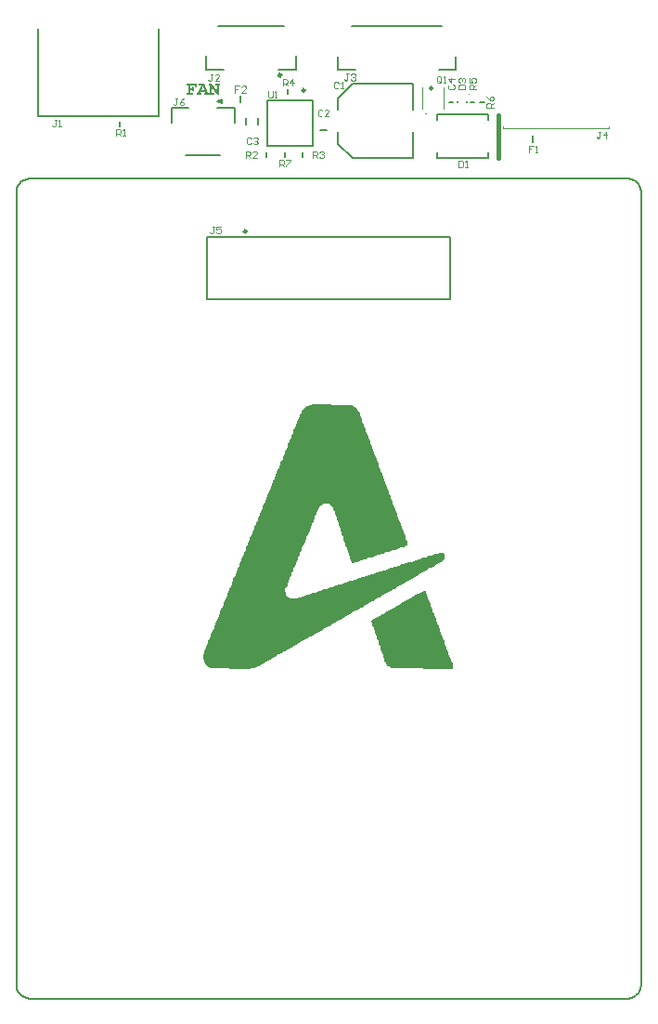
<source format=gto>
G04*
G04 #@! TF.GenerationSoftware,Altium Limited,Altium Designer,22.4.2 (48)*
G04*
G04 Layer_Color=65535*
%FSLAX44Y44*%
%MOMM*%
G71*
G04*
G04 #@! TF.SameCoordinates,A2904C07-0F36-4402-9195-DF30BD9EA298*
G04*
G04*
G04 #@! TF.FilePolarity,Positive*
G04*
G01*
G75*
%ADD10C,0.1000*%
%ADD11C,0.2500*%
%ADD12C,0.3000*%
%ADD13C,0.2000*%
%ADD14C,0.1500*%
%ADD15C,0.4000*%
%ADD16C,0.1200*%
G36*
X187000Y815375D02*
X183000Y817375D01*
X187000Y819375D01*
Y815375D01*
D02*
G37*
G36*
X304494Y540807D02*
X305873Y540019D01*
X307252Y539428D01*
X308237Y539034D01*
X308631Y538837D01*
X310207Y537261D01*
X310601Y537064D01*
X311093Y536177D01*
X311586Y534897D01*
X312078Y534208D01*
X312866Y532435D01*
X313063Y531647D01*
X313556Y530366D01*
X313851Y530071D01*
X314048Y529677D01*
X314639Y528298D01*
X315329Y525245D01*
X315723Y524260D01*
X316018Y523964D01*
X316412Y522979D01*
X316806Y521600D01*
X317298Y520320D01*
X318086Y519138D01*
X318579Y517464D01*
X319071Y515198D01*
X320155Y512933D01*
X320549Y511357D01*
X321041Y510076D01*
X321337Y509781D01*
X321534Y509387D01*
X322322Y507614D01*
X322814Y505349D01*
X323405Y503773D01*
X324095Y502099D01*
X324291Y501311D01*
X324883Y499735D01*
X325276Y499341D01*
X325473Y498947D01*
X326064Y497568D01*
X326261Y496780D01*
X326557Y495499D01*
X326754Y494711D01*
X327640Y492643D01*
X328034Y491264D01*
X328330Y490181D01*
X329019Y489097D01*
X329807Y487915D01*
X330103Y486438D01*
X330497Y484862D01*
X330891Y483877D01*
X331383Y482597D01*
X331777Y481218D01*
X332072Y480134D01*
X332467Y479149D01*
X333353Y478263D01*
X333747Y476884D01*
X334042Y475604D01*
X334239Y474816D01*
X335323Y472156D01*
X335815Y469891D01*
X336111Y469202D01*
X336505Y468807D01*
X336702Y468414D01*
X337096Y468020D01*
X337490Y467035D01*
X337982Y464966D01*
X338573Y463390D01*
X339066Y462110D01*
X339263Y461322D01*
X339558Y460042D01*
X339952Y459057D01*
X340740Y457875D01*
X341232Y456791D01*
X341528Y455511D01*
X341725Y454723D01*
X342808Y452261D01*
X343104Y450980D01*
X343301Y449995D01*
X343498Y449207D01*
X344187Y448124D01*
X344778Y447139D01*
X345172Y445760D01*
X345369Y444972D01*
X346354Y442805D01*
X346748Y441426D01*
X347044Y440146D01*
X347241Y439358D01*
X347635Y438373D01*
X348324Y437486D01*
X348718Y436501D01*
X349013Y435418D01*
X349211Y434630D01*
X349801Y433448D01*
X350294Y432365D01*
X350589Y431281D01*
X350983Y429311D01*
X351377Y428326D01*
X352264Y426849D01*
X352658Y425470D01*
X353347Y423599D01*
X353643Y423303D01*
X354037Y422318D01*
X354431Y420939D01*
X354923Y418674D01*
X356007Y416606D01*
X356795Y414045D01*
X356598Y412863D01*
X355711Y412370D01*
X353840Y411681D01*
X352756Y411189D01*
X351377Y410794D01*
X350097Y410499D01*
X349112Y410105D01*
X346650Y409022D01*
X344975Y408726D01*
X343005Y408332D01*
X342020Y407938D01*
X340937Y407446D01*
X339558Y407052D01*
X338770Y406855D01*
X337687Y406559D01*
X336997Y406264D01*
X335618Y405476D01*
X334042Y405082D01*
X332663Y404885D01*
X331088Y404491D01*
X329118Y403703D01*
X327739Y403309D01*
X326951Y403112D01*
X325670Y402816D01*
X324095Y401832D01*
X322420Y401339D01*
X321041Y401142D01*
X319465Y400748D01*
X318185Y400256D01*
X315919Y399566D01*
X314639Y399271D01*
X313851Y399074D01*
X310995Y397596D01*
X309616Y397399D01*
X308335Y397104D01*
X307351Y396710D01*
X306464Y396611D01*
X305578Y397301D01*
X304888Y399172D01*
X304002Y400650D01*
X303608Y402029D01*
X303312Y403703D01*
X302918Y405279D01*
X301835Y407741D01*
X301539Y409219D01*
X301342Y410006D01*
X300357Y411582D01*
X299865Y412863D01*
X299569Y414537D01*
X299175Y416113D01*
X298388Y418083D01*
X298092Y419166D01*
X297895Y419954D01*
X297600Y421038D01*
X297304Y421727D01*
X296516Y422909D01*
X296122Y423894D01*
X295433Y427145D01*
X295039Y428129D01*
X294546Y429410D01*
X294152Y430986D01*
X293857Y432266D01*
X293561Y432956D01*
X292576Y434335D01*
X291985Y436698D01*
X291690Y437979D01*
X291099Y439555D01*
X290606Y441229D01*
X290410Y442017D01*
X290114Y443494D01*
X289818Y444184D01*
X288834Y445563D01*
X288440Y446548D01*
X287947Y447828D01*
X286470Y449306D01*
X286273Y449700D01*
X285977Y449995D01*
X284992Y450389D01*
X282628Y450783D01*
X279871Y450586D01*
X278098Y449601D01*
X277704Y449207D01*
X277408Y449109D01*
X277211Y448715D01*
X276719Y448222D01*
X276325Y448025D01*
X275832Y447336D01*
X275241Y445957D01*
X275044Y445169D01*
X274552Y443889D01*
X273468Y442411D01*
X273173Y441131D01*
X272779Y440146D01*
X271696Y438077D01*
X271400Y436797D01*
X271203Y435812D01*
X270809Y434827D01*
X270021Y433645D01*
X269529Y432365D01*
X268839Y430493D01*
X268544Y430198D01*
X267953Y428819D01*
X267362Y426455D01*
X265786Y423106D01*
X265294Y421826D01*
X264013Y419364D01*
X263718Y418083D01*
X263521Y417295D01*
X263127Y416310D01*
X262240Y414636D01*
X261846Y413257D01*
X260861Y411484D01*
X260073Y409711D01*
X259778Y408234D01*
X259384Y407249D01*
X258300Y404983D01*
X258103Y404195D01*
X257710Y403210D01*
X256724Y401832D01*
X256331Y400453D01*
X256133Y399665D01*
X255444Y397793D01*
X254558Y395725D01*
X254361Y394937D01*
X253967Y393952D01*
X253080Y392869D01*
X252588Y391785D01*
X252095Y389717D01*
X251701Y388732D01*
X250815Y386663D01*
X250618Y385876D01*
X250125Y384595D01*
X249436Y383906D01*
X249239Y383512D01*
X248648Y382133D01*
X248353Y380655D01*
X247959Y379670D01*
X247072Y377602D01*
X246777Y376519D01*
X246284Y375238D01*
X245693Y374647D01*
X245496Y374253D01*
X244905Y372874D01*
X245102Y368540D01*
X245496Y368147D01*
X245693Y367753D01*
X246383Y367260D01*
X247466Y365586D01*
X248353Y365093D01*
X250519Y364108D01*
X251307Y363911D01*
X254065Y364108D01*
X255444Y364699D01*
X257020Y365093D01*
X259384Y365487D01*
X260664Y365980D01*
X263127Y367063D01*
X265195Y367556D01*
X266180Y367949D01*
X268248Y368836D01*
X270120Y369132D01*
X272090Y369525D01*
X274355Y370609D01*
X275931Y371003D01*
X277211Y371298D01*
X280068Y372579D01*
X282432Y372973D01*
X284007Y373367D01*
X286174Y374352D01*
X287750Y374746D01*
X289031Y375041D01*
X292281Y376519D01*
X294152Y376814D01*
X295137Y377011D01*
X295925Y377208D01*
X296910Y377602D01*
X297994Y378094D01*
X299569Y378488D01*
X300850Y378784D01*
X301835Y379178D01*
X302130Y379473D01*
X303903Y380261D01*
X305775Y380557D01*
X306759Y380754D01*
X307547Y380951D01*
X309123Y381542D01*
X310404Y382034D01*
X312669Y382527D01*
X313654Y382921D01*
X314344Y383413D01*
X315723Y384004D01*
X318086Y384398D01*
X318874Y384595D01*
X320746Y385285D01*
X323011Y385974D01*
X324488Y386269D01*
X325473Y386663D01*
X326655Y387451D01*
X327542Y387747D01*
X328330Y387944D01*
X330595Y388436D01*
X331383Y388633D01*
X332368Y389027D01*
X334042Y389520D01*
X334830Y389717D01*
X336209Y389914D01*
X337490Y390406D01*
X338179Y390899D01*
X339164Y391490D01*
X340740Y391884D01*
X342414Y392179D01*
X344581Y392967D01*
X345369Y393164D01*
X346453Y393460D01*
X348324Y393755D01*
X349309Y394149D01*
X349998Y394641D01*
X350983Y395232D01*
X352559Y395626D01*
X354628Y396119D01*
X358075Y397202D01*
X359454Y397399D01*
X360242Y397596D01*
X361522Y398089D01*
X361818Y398384D01*
X362212Y398581D01*
X363591Y399172D01*
X364379Y399369D01*
X366447Y399862D01*
X367432Y400256D01*
X368712Y400748D01*
X371076Y401142D01*
X371864Y401339D01*
X372948Y401634D01*
X374524Y402620D01*
X375410Y402915D01*
X376198Y403112D01*
X377478Y403407D01*
X378266Y403604D01*
X379350Y404097D01*
X380335Y404491D01*
X381615Y404786D01*
X383979Y405180D01*
X384767Y405377D01*
X386441Y406067D01*
X388214Y405870D01*
X388608Y405476D01*
X389987Y404688D01*
X390283Y404392D01*
X390676Y402816D01*
X390480Y400453D01*
X389593Y399369D01*
X388017Y397793D01*
X387032Y397399D01*
X385752Y396907D01*
X385456Y396611D01*
X385062Y396414D01*
X382108Y394838D01*
X381320Y394050D01*
X380926Y393853D01*
X379941Y393460D01*
X378168Y392475D01*
X376789Y391884D01*
X375410Y391096D01*
X374425Y390111D01*
X373440Y389717D01*
X371667Y388732D01*
X369894Y387944D01*
X369500Y387747D01*
X368417Y386860D01*
X366939Y385974D01*
X365955Y385580D01*
X364576Y384595D01*
X362704Y383906D01*
X361621Y382822D01*
X360242Y382231D01*
X358863Y381443D01*
X357878Y380852D01*
X356893Y380458D01*
X355120Y379473D01*
X354529Y378882D01*
X351968Y377504D01*
X351574Y377109D01*
X349408Y376321D01*
X348324Y375435D01*
X348029Y375140D01*
X345468Y373761D01*
X344483Y373170D01*
X342513Y372382D01*
X341429Y371495D01*
X338770Y370018D01*
X338179Y369427D01*
X337096Y369132D01*
X336111Y368737D01*
X335815Y368442D01*
X335421Y368245D01*
X335027Y367851D01*
X334633Y367654D01*
X332467Y366472D01*
X331088Y365487D01*
X329216Y364798D01*
X328527Y364305D01*
X328133Y363911D01*
X325966Y362729D01*
X325375Y362138D01*
X323996Y361547D01*
X322716Y361055D01*
X322420Y360760D01*
X322026Y360563D01*
X320844Y359775D01*
X320056Y359577D01*
X318677Y358593D01*
X318086Y358002D01*
X316215Y357312D01*
X315525Y356820D01*
X314541Y356229D01*
X313556Y355835D01*
X313162Y355638D01*
X312078Y354751D01*
X311783Y354456D01*
X311389Y354259D01*
X310010Y353668D01*
X308631Y352880D01*
X305676Y351304D01*
X305184Y350615D01*
X304100Y350122D01*
X302820Y349630D01*
X302130Y349137D01*
X300357Y348349D01*
X299963Y348152D01*
X298880Y347266D01*
X298388Y346773D01*
X297009Y346182D01*
X295236Y345197D01*
X293857Y344606D01*
X292872Y344212D01*
X292379Y343917D01*
X292182Y343523D01*
X291493Y342834D01*
X290212Y342341D01*
X288637Y341356D01*
X287356Y340864D01*
X285977Y340076D01*
X284894Y339189D01*
X283810Y338697D01*
X282432Y337909D01*
X281447Y337318D01*
X280166Y336825D01*
X279083Y336136D01*
X278295Y335348D01*
X277310Y334954D01*
X275537Y333969D01*
X272188Y332196D01*
X271794Y331802D01*
X271400Y331605D01*
X269233Y330423D01*
X268839Y330029D01*
X268445Y329832D01*
X267460Y329438D01*
X266180Y328946D01*
X265294Y328059D01*
X262733Y326680D01*
X261551Y325892D01*
X260270Y325400D01*
X259581Y325105D01*
X258497Y324218D01*
X257414Y323726D01*
X256035Y322938D01*
X255444Y322347D01*
X254459Y321953D01*
X253179Y321460D01*
X252489Y320968D01*
X252095Y320574D01*
X249140Y318998D01*
X248549Y318407D01*
X247565Y318013D01*
X246284Y317521D01*
X245595Y317028D01*
X244413Y316240D01*
X243625Y316043D01*
X242443Y314861D01*
X242049Y314664D01*
X241064Y314270D01*
X239783Y313778D01*
X239488Y313482D01*
X239094Y313285D01*
X236139Y311709D01*
X235154Y310724D01*
X233283Y310035D01*
X232101Y309247D01*
X231018Y308755D01*
X229639Y307967D01*
X228851Y307179D01*
X227472Y306588D01*
X225305Y305406D01*
X222744Y304027D01*
X221956Y303239D01*
X220971Y302845D01*
X219691Y302353D01*
X217622Y301466D01*
X216342Y301171D01*
X209349Y300284D01*
X179407Y300481D01*
X178816Y300678D01*
X177437Y300875D01*
X176649Y301072D01*
X175368Y301565D01*
X174482Y302254D01*
X174088Y302451D01*
X173004Y303337D01*
X172808Y303731D01*
X172414Y304125D01*
X172217Y304519D01*
X171429Y305307D01*
X170247Y309247D01*
X170050Y310626D01*
X170247Y312793D01*
X170444Y313384D01*
X170838Y314763D01*
X171035Y315551D01*
X171330Y316831D01*
X171724Y317816D01*
X172611Y319293D01*
X173004Y320869D01*
X173300Y322150D01*
X173694Y323135D01*
X174186Y323824D01*
X174777Y325203D01*
X175467Y327075D01*
X176255Y328256D01*
X176747Y329931D01*
X176944Y330719D01*
X177240Y331802D01*
X177634Y332787D01*
X178126Y333280D01*
X178520Y334265D01*
X178717Y335052D01*
X179210Y336333D01*
X179998Y337515D01*
X180490Y338795D01*
X180982Y340864D01*
X181376Y341849D01*
X182263Y343326D01*
X182460Y344508D01*
X183642Y346675D01*
X184233Y348054D01*
X184430Y348842D01*
X184725Y350122D01*
X185119Y351107D01*
X185612Y351993D01*
X185710Y352092D01*
X186892Y355441D01*
X187582Y356130D01*
X187976Y357115D01*
X188370Y358691D01*
X188665Y359775D01*
X189059Y360760D01*
X189355Y361055D01*
X189748Y362040D01*
X190142Y363616D01*
X190931Y364995D01*
X191324Y365389D01*
X191521Y365783D01*
X191915Y366768D01*
X192408Y368836D01*
X192802Y369821D01*
X193688Y371889D01*
X193984Y373170D01*
X194969Y374746D01*
X195461Y375238D01*
X195757Y376321D01*
X195954Y377109D01*
X196151Y378094D01*
X197234Y380557D01*
X197628Y382133D01*
X198120Y383413D01*
X199007Y384300D01*
X199401Y385285D01*
X199795Y386860D01*
X200287Y388141D01*
X200780Y389224D01*
X201174Y390209D01*
X201666Y392278D01*
X202159Y392967D01*
X202750Y393558D01*
X202947Y393952D01*
X203144Y394543D01*
X203341Y395331D01*
X204129Y397498D01*
X204720Y398877D01*
X205114Y400256D01*
X205409Y401339D01*
X206394Y402915D01*
X206689Y403210D01*
X207083Y404589D01*
X207773Y406461D01*
X208659Y408529D01*
X208856Y409317D01*
X209152Y410597D01*
X209447Y411287D01*
X210629Y413060D01*
X210826Y413848D01*
X211516Y415719D01*
X212402Y417788D01*
X212796Y419364D01*
X213289Y420644D01*
X214077Y421826D01*
X214569Y422909D01*
X214865Y423993D01*
X215259Y424978D01*
X216145Y426455D01*
X216440Y427735D01*
X216637Y428720D01*
X216834Y429508D01*
X217819Y431084D01*
X218312Y432168D01*
X218607Y433251D01*
X219001Y434236D01*
X219888Y435714D01*
X220183Y436797D01*
X220380Y437782D01*
X220577Y438570D01*
X220971Y439555D01*
X221759Y440737D01*
X222744Y443494D01*
X223532Y444677D01*
X224025Y446351D01*
X224221Y447139D01*
X224517Y448222D01*
X225994Y451473D01*
X226487Y452753D01*
X227176Y453836D01*
X227767Y455215D01*
X228260Y457481D01*
X229737Y460731D01*
X230033Y461814D01*
X230821Y462996D01*
X231313Y463883D01*
X231707Y465262D01*
X231904Y466050D01*
X232593Y467921D01*
X232889Y468217D01*
X233480Y470186D01*
X233972Y471467D01*
X234268Y471762D01*
X234465Y472156D01*
X234859Y472550D01*
X235253Y473535D01*
X235647Y475111D01*
X235942Y476195D01*
X237026Y478657D01*
X237223Y479445D01*
X237715Y480725D01*
X238208Y481415D01*
X238996Y482597D01*
X239291Y483877D01*
X239488Y484665D01*
X240079Y486241D01*
X240769Y487915D01*
X241162Y489491D01*
X241950Y490870D01*
X242541Y491461D01*
X242935Y492446D01*
X243132Y493234D01*
X243428Y494318D01*
X243822Y495302D01*
X244314Y496386D01*
X244511Y497174D01*
X244905Y498553D01*
X245398Y499833D01*
X246087Y500523D01*
X246284Y500917D01*
X246875Y502295D01*
X247171Y503576D01*
X247565Y504561D01*
X248254Y506235D01*
X248648Y507614D01*
X248944Y508698D01*
X250421Y510766D01*
X250716Y512046D01*
X250913Y512834D01*
X251898Y515001D01*
X252194Y516085D01*
X252588Y517661D01*
X253376Y519039D01*
X253770Y519434D01*
X254361Y520812D01*
X254656Y522093D01*
X255740Y524358D01*
X256331Y526722D01*
X257316Y528495D01*
X258103Y530268D01*
X258300Y531056D01*
X259679Y534011D01*
X260172Y535291D01*
X260467Y535980D01*
X261354Y537064D01*
X262240Y537753D01*
X262437Y538147D01*
X262930Y538640D01*
X263324Y538837D01*
X264702Y539428D01*
X267657Y540807D01*
X269627Y541004D01*
X304494Y540807D01*
D02*
G37*
G36*
X373145Y370904D02*
X373539Y369525D01*
X373834Y368245D01*
X374425Y366669D01*
X375114Y364995D01*
X375607Y362926D01*
X376296Y361843D01*
X376690Y361449D01*
X377084Y360464D01*
X377281Y359676D01*
X377577Y358396D01*
X377774Y357608D01*
X378266Y356524D01*
X378660Y355539D01*
X378857Y354751D01*
X379153Y353471D01*
X379645Y352191D01*
X380532Y351107D01*
X381024Y349827D01*
X381517Y347758D01*
X382304Y345788D01*
X382600Y344705D01*
X382797Y343917D01*
X383092Y342637D01*
X383782Y341553D01*
X384570Y340371D01*
X384964Y338795D01*
X385259Y337712D01*
X385653Y336727D01*
X386343Y335052D01*
Y334659D01*
X386441Y334560D01*
X386638Y333575D01*
X386835Y332787D01*
X387229Y331802D01*
X388116Y330522D01*
X388510Y329537D01*
X388805Y328256D01*
X389396Y326680D01*
X389889Y325597D01*
X390283Y324218D01*
X390578Y322938D01*
X390775Y322150D01*
X391071Y321460D01*
X392055Y320081D01*
X392351Y318998D01*
X392745Y317422D01*
X393828Y315157D01*
X394025Y314369D01*
X394518Y312103D01*
X394912Y311118D01*
X395207Y310823D01*
X395404Y310429D01*
X395995Y309050D01*
X396389Y307671D01*
X397571Y305110D01*
X397867Y303830D01*
X398162Y302746D01*
X397965Y300777D01*
X397473Y300284D01*
X344680Y300481D01*
X344089Y300678D01*
X342710Y300875D01*
X341922Y301072D01*
X340839Y301367D01*
X339657Y302155D01*
X339164Y302648D01*
X338770Y302845D01*
X338081Y303337D01*
X337884Y303731D01*
X337096Y305110D01*
X336505Y305701D01*
X336308Y306095D01*
X335914Y306489D01*
X335520Y307868D01*
X335126Y309444D01*
X334338Y311414D01*
X334042Y312497D01*
X333648Y314467D01*
X333255Y315452D01*
X332762Y316142D01*
X331974Y317915D01*
X331777Y318703D01*
X331482Y319983D01*
X330891Y321559D01*
X330398Y323233D01*
X330004Y324809D01*
X329807Y325991D01*
X329019Y327370D01*
X328625Y327764D01*
X328034Y329734D01*
X327739Y331014D01*
X327148Y332590D01*
X326655Y333871D01*
X326360Y335151D01*
X326163Y336333D01*
X325966Y337121D01*
X325572Y338106D01*
X325276Y338401D01*
X325079Y338795D01*
X324488Y340174D01*
X324291Y340962D01*
X323996Y342046D01*
X323503Y343129D01*
X323700Y344114D01*
X326064Y345690D01*
X327148Y346182D01*
X328921Y347167D01*
X329315Y347561D01*
X329709Y347758D01*
X330103Y348152D01*
X331088Y348546D01*
X332860Y349531D01*
X334239Y350122D01*
X335224Y350713D01*
X336209Y351698D01*
X337194Y352092D01*
X339361Y353274D01*
X340740Y353865D01*
X342513Y354850D01*
X343301Y355638D01*
X344286Y356032D01*
X345665Y356820D01*
X346650Y357411D01*
X348521Y358100D01*
X349604Y359184D01*
X352559Y360760D01*
X355908Y362532D01*
X356499Y363123D01*
X357878Y363714D01*
X358272Y363911D01*
X358666Y364305D01*
X359060Y364502D01*
X359454Y364896D01*
X361621Y365684D01*
X362704Y366571D01*
X365757Y368245D01*
X366152Y368639D01*
X367136Y369033D01*
X368417Y369525D01*
X369106Y370018D01*
X369500Y370412D01*
X369894Y370609D01*
X371667Y371397D01*
X372258Y371594D01*
X373145Y370904D01*
D02*
G37*
G36*
X164264Y833679D02*
Y831002D01*
Y830989D01*
Y830975D01*
Y830891D01*
X164250Y830780D01*
X164236Y830642D01*
X164208Y830475D01*
X164153Y830323D01*
X164097Y830184D01*
X164014Y830059D01*
X164000Y830045D01*
X163972Y830018D01*
X163917Y829976D01*
X163848Y829935D01*
X163751Y829879D01*
X163640Y829837D01*
X163515Y829810D01*
X163376Y829796D01*
X163307D01*
X163237Y829810D01*
X163140Y829824D01*
X163043Y829865D01*
X162932Y829907D01*
X162835Y829976D01*
X162738Y830059D01*
X162724Y830073D01*
X162697Y830115D01*
X162669Y830184D01*
X162627Y830281D01*
X162572Y830406D01*
X162544Y830573D01*
X162516Y830767D01*
X162502Y831002D01*
Y831932D01*
X157995D01*
Y829352D01*
X159549D01*
Y829366D01*
Y829380D01*
Y829463D01*
X159562Y829574D01*
Y829699D01*
X159590Y829837D01*
X159618Y829976D01*
X159646Y830101D01*
X159701Y830184D01*
X159715Y830198D01*
X159756Y830240D01*
X159826Y830309D01*
X159923Y830378D01*
X160034Y830434D01*
X160159Y830503D01*
X160284Y830545D01*
X160436Y830559D01*
X160505D01*
X160575Y830545D01*
X160658Y830531D01*
X160755Y830489D01*
X160866Y830448D01*
X160963Y830378D01*
X161060Y830281D01*
X161074Y830267D01*
X161102Y830226D01*
X161143Y830156D01*
X161185Y830059D01*
X161227Y829935D01*
X161268Y829768D01*
X161296Y829574D01*
X161310Y829352D01*
Y827591D01*
Y827577D01*
Y827563D01*
Y827480D01*
X161296Y827369D01*
X161282Y827230D01*
X161254Y827064D01*
X161199Y826911D01*
X161143Y826773D01*
X161060Y826648D01*
X161046Y826634D01*
X161019Y826606D01*
X160963Y826564D01*
X160894Y826523D01*
X160797Y826468D01*
X160686Y826426D01*
X160561Y826398D01*
X160422Y826384D01*
X160353D01*
X160284Y826398D01*
X160186Y826426D01*
X160075Y826468D01*
X159951Y826537D01*
X159826Y826620D01*
X159701Y826745D01*
Y826759D01*
X159673Y826786D01*
X159659Y826842D01*
X159632Y826925D01*
X159604Y827036D01*
X159576Y827175D01*
X159562Y827369D01*
X159549Y827591D01*
X157995D01*
Y825011D01*
X159909D01*
X160020Y824997D01*
X160159Y824984D01*
X160311Y824956D01*
X160464Y824900D01*
X160602Y824845D01*
X160727Y824762D01*
X160741Y824748D01*
X160769Y824720D01*
X160811Y824665D01*
X160866Y824595D01*
X160921Y824498D01*
X160963Y824387D01*
X160991Y824262D01*
X161005Y824124D01*
Y824110D01*
Y824054D01*
X160991Y823985D01*
X160977Y823888D01*
X160935Y823791D01*
X160894Y823680D01*
X160824Y823583D01*
X160727Y823486D01*
X160713Y823472D01*
X160672Y823444D01*
X160602Y823416D01*
X160505Y823375D01*
X160381Y823319D01*
X160214Y823292D01*
X160020Y823264D01*
X159798Y823250D01*
X155846D01*
X155735Y823264D01*
X155596Y823278D01*
X155430Y823306D01*
X155277Y823347D01*
X155138Y823402D01*
X155014Y823486D01*
X155000Y823500D01*
X154972Y823527D01*
X154930Y823583D01*
X154889Y823666D01*
X154833Y823749D01*
X154792Y823860D01*
X154764Y823999D01*
X154750Y824138D01*
Y824151D01*
Y824207D01*
X154764Y824276D01*
X154778Y824360D01*
X154819Y824456D01*
X154861Y824567D01*
X154930Y824665D01*
X155014Y824762D01*
X155027Y824775D01*
X155069Y824803D01*
X155138Y824845D01*
X155235Y824886D01*
X155360Y824928D01*
X155527Y824970D01*
X155721Y824997D01*
X155957Y825011D01*
X156234D01*
Y831932D01*
X155846D01*
X155735Y831945D01*
X155596Y831959D01*
X155430Y831987D01*
X155277Y832029D01*
X155138Y832084D01*
X155014Y832167D01*
X155000Y832181D01*
X154972Y832209D01*
X154930Y832264D01*
X154889Y832334D01*
X154833Y832431D01*
X154792Y832542D01*
X154764Y832667D01*
X154750Y832805D01*
Y832819D01*
Y832875D01*
X154764Y832944D01*
X154778Y833041D01*
X154819Y833138D01*
X154861Y833249D01*
X154930Y833346D01*
X155014Y833443D01*
X155027Y833457D01*
X155069Y833485D01*
X155138Y833527D01*
X155235Y833568D01*
X155360Y833610D01*
X155527Y833651D01*
X155721Y833679D01*
X155957Y833693D01*
X164264Y833679D01*
D02*
G37*
G36*
X184442D02*
X184553D01*
X184664Y833665D01*
X184803Y833651D01*
X184955Y833624D01*
X185108Y833568D01*
X185247Y833513D01*
X185371Y833429D01*
X185385Y833416D01*
X185413Y833388D01*
X185455Y833332D01*
X185510Y833263D01*
X185566Y833180D01*
X185607Y833069D01*
X185635Y832944D01*
X185649Y832805D01*
Y832792D01*
Y832736D01*
X185635Y832667D01*
X185621Y832570D01*
X185579Y832473D01*
X185538Y832362D01*
X185469Y832251D01*
X185371Y832153D01*
X185358Y832140D01*
X185316Y832112D01*
X185247Y832084D01*
X185149Y832043D01*
X185025Y831987D01*
X184858Y831959D01*
X184664Y831932D01*
X184442Y831918D01*
Y823250D01*
X182709D01*
X178160Y830337D01*
Y825011D01*
X178909D01*
X179020Y824997D01*
X179158Y824984D01*
X179311Y824956D01*
X179464Y824900D01*
X179602Y824845D01*
X179727Y824762D01*
X179741Y824748D01*
X179769Y824720D01*
X179810Y824665D01*
X179866Y824595D01*
X179921Y824498D01*
X179963Y824387D01*
X179991Y824262D01*
X180004Y824124D01*
Y824110D01*
Y824054D01*
X179991Y823985D01*
X179977Y823888D01*
X179935Y823791D01*
X179893Y823680D01*
X179824Y823583D01*
X179727Y823486D01*
X179713Y823472D01*
X179671Y823444D01*
X179602Y823416D01*
X179505Y823375D01*
X179380Y823319D01*
X179214Y823292D01*
X179020Y823264D01*
X178798Y823250D01*
X176288D01*
X176177Y823264D01*
X176038Y823278D01*
X175872Y823306D01*
X175719Y823347D01*
X175580Y823402D01*
X175455Y823486D01*
X175442Y823500D01*
X175414Y823527D01*
X175372Y823583D01*
X175344Y823640D01*
X175303Y823583D01*
X175206Y823486D01*
X175192Y823472D01*
X175150Y823444D01*
X175081Y823416D01*
X174984Y823375D01*
X174859Y823319D01*
X174693Y823292D01*
X174499Y823264D01*
X174277Y823250D01*
X171836D01*
X171725Y823264D01*
X171586Y823278D01*
X171420Y823306D01*
X171267Y823347D01*
X171129Y823402D01*
X171004Y823486D01*
X170990Y823500D01*
X170962Y823527D01*
X170921Y823583D01*
X170879Y823666D01*
X170823Y823749D01*
X170782Y823860D01*
X170754Y823999D01*
X170740Y824138D01*
Y824151D01*
Y824207D01*
X170754Y824276D01*
X170768Y824360D01*
X170810Y824456D01*
X170851Y824567D01*
X170921Y824665D01*
X171004Y824762D01*
X171018Y824775D01*
X171059Y824803D01*
X171129Y824845D01*
X171226Y824886D01*
X171350Y824928D01*
X171517Y824970D01*
X171711Y824997D01*
X171947Y825011D01*
X172377D01*
X171933Y826093D01*
X167661D01*
X167218Y825011D01*
X167759D01*
X167869Y824997D01*
X168022Y824984D01*
X168175Y824956D01*
X168327Y824900D01*
X168466Y824845D01*
X168591Y824762D01*
X168605Y824748D01*
X168632Y824720D01*
X168674Y824665D01*
X168729Y824595D01*
X168785Y824498D01*
X168826Y824387D01*
X168854Y824262D01*
X168868Y824124D01*
Y824110D01*
Y824054D01*
X168854Y823985D01*
X168840Y823888D01*
X168799Y823791D01*
X168757Y823680D01*
X168688Y823583D01*
X168591Y823486D01*
X168577Y823472D01*
X168535Y823444D01*
X168466Y823416D01*
X168369Y823375D01*
X168244Y823319D01*
X168078Y823292D01*
X167883Y823264D01*
X167648Y823250D01*
X165207D01*
X165096Y823264D01*
X164957Y823278D01*
X164805Y823306D01*
X164652Y823347D01*
X164513Y823402D01*
X164402Y823486D01*
X164389Y823500D01*
X164361Y823527D01*
X164319Y823583D01*
X164264Y823666D01*
X164208Y823749D01*
X164167Y823860D01*
X164139Y823999D01*
X164125Y824138D01*
Y824151D01*
Y824207D01*
X164139Y824276D01*
X164167Y824360D01*
X164194Y824456D01*
X164236Y824567D01*
X164305Y824665D01*
X164402Y824762D01*
X164416Y824775D01*
X164458Y824803D01*
X164527Y824845D01*
X164610Y824886D01*
X164735Y824928D01*
X164902Y824970D01*
X165096Y824997D01*
X165318Y825011D01*
X168119Y831932D01*
X166857D01*
X166746Y831945D01*
X166607Y831959D01*
X166455Y831987D01*
X166302Y832029D01*
X166164Y832084D01*
X166039Y832167D01*
X166025Y832181D01*
X165997Y832209D01*
X165956Y832264D01*
X165914Y832334D01*
X165859Y832431D01*
X165817Y832542D01*
X165789Y832667D01*
X165775Y832805D01*
Y832819D01*
Y832875D01*
X165789Y832944D01*
X165803Y833041D01*
X165845Y833138D01*
X165886Y833249D01*
X165956Y833346D01*
X166039Y833443D01*
X166053Y833457D01*
X166094Y833485D01*
X166164Y833527D01*
X166261Y833568D01*
X166386Y833610D01*
X166552Y833651D01*
X166746Y833679D01*
X166968Y833693D01*
X170754Y833679D01*
X174277Y825011D01*
X174388D01*
X174499Y824997D01*
X174623D01*
X174762Y824970D01*
X174901Y824942D01*
X175026Y824900D01*
X175109Y824845D01*
X175123Y824831D01*
X175164Y824789D01*
X175234Y824720D01*
X175303Y824637D01*
X175323Y824596D01*
X175372Y824665D01*
X175455Y824762D01*
X175469Y824775D01*
X175511Y824803D01*
X175580Y824845D01*
X175677Y824886D01*
X175802Y824928D01*
X175969Y824970D01*
X176163Y824997D01*
X176399Y825011D01*
Y831932D01*
X176010D01*
X175899Y831945D01*
X175761Y831959D01*
X175594Y831987D01*
X175442Y832029D01*
X175303Y832084D01*
X175178Y832167D01*
X175164Y832181D01*
X175137Y832209D01*
X175095Y832264D01*
X175053Y832334D01*
X174998Y832431D01*
X174956Y832542D01*
X174928Y832667D01*
X174915Y832805D01*
Y832819D01*
Y832875D01*
X174928Y832944D01*
X174942Y833041D01*
X174984Y833138D01*
X175026Y833249D01*
X175095Y833346D01*
X175178Y833443D01*
X175192Y833457D01*
X175234Y833485D01*
X175303Y833527D01*
X175400Y833568D01*
X175525Y833610D01*
X175691Y833651D01*
X175885Y833679D01*
X176121Y833693D01*
X178146Y833679D01*
X182681Y826592D01*
Y831932D01*
X181932D01*
X181821Y831945D01*
X181682Y831959D01*
X181516Y831987D01*
X181364Y832029D01*
X181225Y832084D01*
X181100Y832167D01*
X181086Y832181D01*
X181058Y832209D01*
X181017Y832264D01*
X180975Y832334D01*
X180920Y832431D01*
X180878Y832542D01*
X180850Y832667D01*
X180837Y832805D01*
Y832819D01*
Y832875D01*
X180850Y832944D01*
X180864Y833041D01*
X180906Y833138D01*
X180947Y833249D01*
X181017Y833346D01*
X181100Y833443D01*
X181114Y833457D01*
X181155Y833485D01*
X181225Y833527D01*
X181322Y833568D01*
X181447Y833610D01*
X181613Y833651D01*
X181807Y833679D01*
X182043Y833693D01*
X184442Y833679D01*
D02*
G37*
%LPC*%
G36*
X169797Y831349D02*
X168369Y827854D01*
X171226D01*
X169797Y831349D01*
D02*
G37*
%LPD*%
D10*
X373750Y806250D02*
G03*
X372750Y806250I-500J0D01*
G01*
D02*
G03*
X373750Y806250I500J0D01*
G01*
X412750Y823750D02*
G03*
X412750Y823750I-500J0D01*
G01*
X369750Y810250D02*
Y830250D01*
X389750Y810250D02*
Y830250D01*
D11*
X263000Y827250D02*
G03*
X263000Y827250I-1250J0D01*
G01*
X379250Y829250D02*
G03*
X379250Y829250I-1250J0D01*
G01*
X209600Y698750D02*
G03*
X209600Y698750I-1250J0D01*
G01*
D12*
X241000Y841250D02*
G03*
X241000Y841250I-1000J0D01*
G01*
D13*
X19250Y803600D02*
Y883600D01*
Y803600D02*
X129250D01*
Y883600D01*
X569500Y734750D02*
X569500Y11750D01*
X569199Y737420D02*
X569500Y734750D01*
X568311Y739957D02*
X569199Y737420D01*
X566882Y742232D02*
X568311Y739957D01*
X564982Y744132D02*
X566882Y742232D01*
X562706Y745562D02*
X564982Y744132D01*
X560170Y746449D02*
X562706Y745562D01*
X557500Y746750D02*
X560170Y746449D01*
X12000Y746750D02*
X557500D01*
X9330Y746449D02*
X12000Y746750D01*
X6793Y745562D02*
X9330Y746449D01*
X4518Y744132D02*
X6793Y745562D01*
X2618Y742232D02*
X4518Y744132D01*
X1188Y739957D02*
X2618Y742232D01*
X301Y737420D02*
X1188Y739957D01*
X-0Y734750D02*
X301Y737420D01*
X-0Y734750D02*
X-0Y11750D01*
X301Y9080D01*
X1188Y6543D01*
X2618Y4268D01*
X4518Y2368D01*
X6793Y938D01*
X9330Y51D01*
X12000Y-250D01*
X557500D01*
X560170Y51D01*
X562707Y938D01*
X564982Y2368D01*
X566882Y4268D01*
X568312Y6543D01*
X569199Y9080D01*
X569500Y11750D01*
X402250Y816010D02*
Y817490D01*
X410248Y816010D02*
Y817490D01*
X276700Y790750D02*
X282700D01*
X228250Y818000D02*
X269750D01*
X228250Y776500D02*
Y818000D01*
Y776500D02*
X269750D01*
Y818000D01*
X204250Y816250D02*
Y822250D01*
X383750Y805250D02*
X429750D01*
X383750Y765250D02*
X429750D01*
X383750Y800000D02*
Y805250D01*
X429750Y800000D02*
Y805250D01*
X383750Y765250D02*
Y770500D01*
X429750Y765250D02*
Y770500D01*
X306625Y765250D02*
X361250D01*
Y789000D01*
Y809500D02*
Y833250D01*
X306625D02*
X361250D01*
X293250Y778625D02*
Y789000D01*
Y778625D02*
X306625Y765250D01*
X293250Y819875D02*
X306625Y833250D01*
X293250Y809500D02*
Y819875D01*
X254750Y845750D02*
Y858750D01*
X238500Y845750D02*
X254750D01*
X183500Y886250D02*
X243500D01*
X172250Y845750D02*
Y858750D01*
Y845750D02*
X188500D01*
X293000Y845750D02*
Y857750D01*
Y845750D02*
X309000D01*
X305500Y886250D02*
X388000D01*
X385000Y845750D02*
X400500D01*
Y857750D01*
X470750Y780250D02*
Y786250D01*
X173850Y636600D02*
Y693900D01*
Y636600D02*
X395150D01*
Y693900D01*
X173850D02*
X395150D01*
D14*
X394250Y816250D02*
X398250D01*
X413750Y816750D02*
X417750D01*
X422250D02*
X426250D01*
X244750Y766750D02*
Y770750D01*
X247500Y824250D02*
Y828250D01*
X261000Y766750D02*
Y770750D01*
X227750Y766750D02*
Y770750D01*
X141000Y797500D02*
Y810999D01*
X141000Y810999D02*
X156500D01*
X198500Y797500D02*
Y810999D01*
X183000Y810999D02*
X198500D01*
X154000Y768499D02*
X185500D01*
X183000Y817375D02*
X187000Y819375D01*
X183000Y817375D02*
X187000Y815375D01*
Y819375D01*
X209250Y795750D02*
Y801750D01*
X220250Y795750D02*
Y801750D01*
X94250Y794750D02*
Y798750D01*
D15*
X439750Y765549D02*
Y804949D01*
D16*
X540050Y792950D02*
Y794150D01*
X443450Y792950D02*
X540050D01*
X443450D02*
Y794150D01*
X239752Y757751D02*
Y763749D01*
X242751D01*
X243750Y762749D01*
Y760750D01*
X242751Y759750D01*
X239752D01*
X241751D02*
X243750Y757751D01*
X245750Y763749D02*
X249748D01*
Y762749D01*
X245750Y758751D01*
Y757751D01*
X434749Y811752D02*
X428751D01*
Y814751D01*
X429751Y815750D01*
X431750D01*
X432750Y814751D01*
Y811752D01*
Y813751D02*
X434749Y815750D01*
X428751Y821748D02*
X429751Y819749D01*
X431750Y817750D01*
X433749D01*
X434749Y818749D01*
Y820749D01*
X433749Y821748D01*
X432750D01*
X431750Y820749D01*
Y817750D01*
X418749Y828252D02*
X412751D01*
Y831251D01*
X413751Y832250D01*
X415750D01*
X416750Y831251D01*
Y828252D01*
Y830251D02*
X418749Y832250D01*
X412751Y838248D02*
Y834250D01*
X415750D01*
X414750Y836249D01*
Y837249D01*
X415750Y838248D01*
X417749D01*
X418749Y837249D01*
Y835249D01*
X417749Y834250D01*
X387250Y835251D02*
Y839249D01*
X386250Y840249D01*
X384251D01*
X383251Y839249D01*
Y835251D01*
X384251Y834251D01*
X386250D01*
X385251Y836250D02*
X387250Y834251D01*
X386250D02*
X387250Y835251D01*
X389249Y834251D02*
X391249D01*
X390249D01*
Y840249D01*
X389249Y839249D01*
X403251Y828252D02*
X409249D01*
Y831251D01*
X408249Y832250D01*
X404251D01*
X403251Y831251D01*
Y828252D01*
X404251Y834250D02*
X403251Y835249D01*
Y837249D01*
X404251Y838248D01*
X405250D01*
X406250Y837249D01*
Y836249D01*
Y837249D01*
X407250Y838248D01*
X408249D01*
X409249Y837249D01*
Y835249D01*
X408249Y834250D01*
X394251Y832250D02*
X393251Y831251D01*
Y829251D01*
X394251Y828252D01*
X398249D01*
X399249Y829251D01*
Y831251D01*
X398249Y832250D01*
X399249Y837249D02*
X393251D01*
X396250Y834250D01*
Y838248D01*
X229251Y826749D02*
Y821751D01*
X230251Y820751D01*
X232250D01*
X233250Y821751D01*
Y826749D01*
X235249Y820751D02*
X237249D01*
X236249D01*
Y826749D01*
X235249Y825749D01*
X242752Y831251D02*
Y837249D01*
X245751D01*
X246750Y836249D01*
Y834250D01*
X245751Y833250D01*
X242752D01*
X244751D02*
X246750Y831251D01*
X251749D02*
Y837249D01*
X248750Y834250D01*
X252748D01*
X270252Y765751D02*
Y771749D01*
X273251D01*
X274250Y770749D01*
Y768750D01*
X273251Y767750D01*
X270252D01*
X272251D02*
X274250Y765751D01*
X276250Y770749D02*
X277249Y771749D01*
X279249D01*
X280248Y770749D01*
Y769750D01*
X279249Y768750D01*
X278249D01*
X279249D01*
X280248Y767750D01*
Y766751D01*
X279249Y765751D01*
X277249D01*
X276250Y766751D01*
X209002Y765751D02*
Y771749D01*
X212001D01*
X213000Y770749D01*
Y768750D01*
X212001Y767750D01*
X209002D01*
X211001D02*
X213000Y765751D01*
X218998D02*
X215000D01*
X218998Y769750D01*
Y770749D01*
X217999Y771749D01*
X215999D01*
X215000Y770749D01*
X90751Y785751D02*
Y791749D01*
X93750D01*
X94750Y790749D01*
Y788750D01*
X93750Y787750D01*
X90751D01*
X92751D02*
X94750Y785751D01*
X96749D02*
X98749D01*
X97749D01*
Y791749D01*
X96749Y790749D01*
X146750Y819749D02*
X144751D01*
X145751D01*
Y814751D01*
X144751Y813751D01*
X143751D01*
X142752Y814751D01*
X152748Y819749D02*
X150749Y818749D01*
X148750Y816750D01*
Y814751D01*
X149749Y813751D01*
X151749D01*
X152748Y814751D01*
Y815750D01*
X151749Y816750D01*
X148750D01*
X180250Y703249D02*
X178251D01*
X179251D01*
Y698251D01*
X178251Y697251D01*
X177251D01*
X176252Y698251D01*
X186248Y703249D02*
X182250D01*
Y700250D01*
X184249Y701250D01*
X185249D01*
X186248Y700250D01*
Y698251D01*
X185249Y697251D01*
X183249D01*
X182250Y698251D01*
X532750Y789749D02*
X530751D01*
X531751D01*
Y784751D01*
X530751Y783751D01*
X529751D01*
X528752Y784751D01*
X537749Y783751D02*
Y789749D01*
X534750Y786750D01*
X538748D01*
X302750Y842249D02*
X300751D01*
X301751D01*
Y837251D01*
X300751Y836251D01*
X299751D01*
X298752Y837251D01*
X304750Y841249D02*
X305749Y842249D01*
X307749D01*
X308748Y841249D01*
Y840250D01*
X307749Y839250D01*
X306749D01*
X307749D01*
X308748Y838250D01*
Y837251D01*
X307749Y836251D01*
X305749D01*
X304750Y837251D01*
X178750Y841749D02*
X176751D01*
X177751D01*
Y836751D01*
X176751Y835751D01*
X175751D01*
X174752Y836751D01*
X184748Y835751D02*
X180750D01*
X184748Y839750D01*
Y840749D01*
X183749Y841749D01*
X181749D01*
X180750Y840749D01*
X36250Y800249D02*
X34251D01*
X35250D01*
Y795251D01*
X34251Y794251D01*
X33251D01*
X32251Y795251D01*
X38249Y794251D02*
X40249D01*
X39249D01*
Y800249D01*
X38249Y799249D01*
X203250Y831249D02*
X199252D01*
Y828250D01*
X201251D01*
X199252D01*
Y825251D01*
X209248D02*
X205250D01*
X209248Y829250D01*
Y830249D01*
X208249Y831249D01*
X206249D01*
X205250Y830249D01*
X471250Y776749D02*
X467251D01*
Y773750D01*
X469251D01*
X467251D01*
Y770751D01*
X473249D02*
X475249D01*
X474249D01*
Y776749D01*
X473249Y775749D01*
X403251Y763249D02*
Y757251D01*
X406250D01*
X407250Y758251D01*
Y762249D01*
X406250Y763249D01*
X403251D01*
X409249Y757251D02*
X411249D01*
X410249D01*
Y763249D01*
X409249Y762249D01*
X213750Y783249D02*
X212751Y784249D01*
X210751D01*
X209752Y783249D01*
Y779251D01*
X210751Y778251D01*
X212751D01*
X213750Y779251D01*
X215750Y783249D02*
X216749Y784249D01*
X218749D01*
X219748Y783249D01*
Y782250D01*
X218749Y781250D01*
X217749D01*
X218749D01*
X219748Y780250D01*
Y779251D01*
X218749Y778251D01*
X216749D01*
X215750Y779251D01*
X278700Y808749D02*
X277701Y809749D01*
X275701D01*
X274702Y808749D01*
Y804751D01*
X275701Y803751D01*
X277701D01*
X278700Y804751D01*
X284698Y803751D02*
X280700D01*
X284698Y807750D01*
Y808749D01*
X283699Y809749D01*
X281699D01*
X280700Y808749D01*
X293750Y833749D02*
X292750Y834749D01*
X290751D01*
X289751Y833749D01*
Y829751D01*
X290751Y828751D01*
X292750D01*
X293750Y829751D01*
X295749Y828751D02*
X297749D01*
X296749D01*
Y834749D01*
X295749Y833749D01*
M02*

</source>
